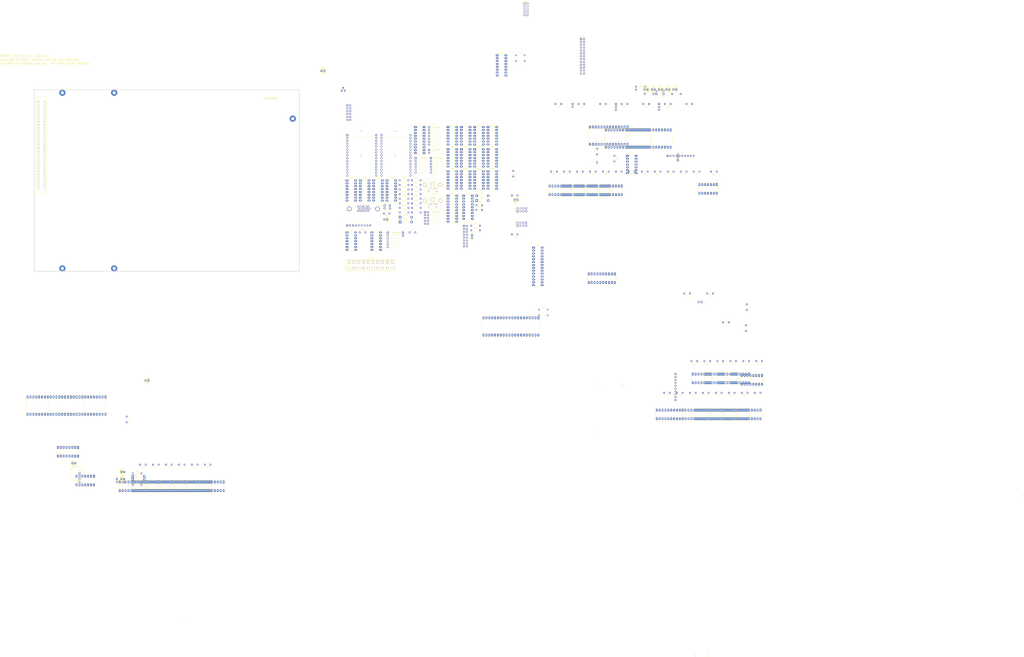
<source format=kicad_pcb>
(kicad_pcb (version 20240108) (generator "pcbnew") (generator_version "8.0")
  (title_block (title "outline VME size B") (date "20 apr 2014") (rev "001") (comment 1 "160mm x 233.35mm"))
  (layers (0 "F.Cu" signal "Front") (31 "B.Cu" signal "Back") (34 "B.Paste" user) (35 "F.Paste" user) (36 "B.SilkS" user "B.Silkscreen") (37 "F.SilkS" user "F.Silkscreen") (38 "B.Mask" user) (39 "F.Mask" user) (44 "Edge.Cuts" user))
  (net 0 "")
  (net 1 "VCC")
  (net 2 "+3V3")
  (net 3 "Net-(D3-K)")
  (net 4 "Net-(D1-A)")
  (net 5 "Net-(D2-A)")
  (net 6 "/ACIA/ACIA_CLK")
  (net 7 "/ACIA/CTS")
  (net 8 "/ACIA/CTS_TTL")
  (net 9 "/ACIA/DCD")
  (net 10 "/ACIA/DSR")
  (net 11 "/ACIA/DTR")
  (net 12 "/ACIA/RTS")
  (net 13 "/ACIA/RTS_TTL")
  (net 14 "/ACIA/RXD")
  (net 15 "/ACIA/RXD_TTL")
  (net 16 "/ACIA/TXD")
  (net 17 "/ACIA/TXD_TTL")
  (net 18 "{slash}RESET")
  (net 19 "Net-(U46-XT1)")
  (net 20 "Net-(U46-XT)")
  (net 21 "Net-(JP2-B)")
  (net 22 "Net-(JP3-A)")
  (net 23 "CD2")
  (net 24 "{slash}WR")
  (net 25 "/CPU 6809/{slash}INTA")
  (net 26 "Net-(U48-C1-)")
  (net 27 "Net-(U48-C1+)")
  (net 28 "{slash}MMU-DISABLE")
  (net 29 "{slash}MMU-CLR-TASK-REG")
  (net 30 "Net-(U48-C2+)")
  (net 31 "Net-(U48-C2-)")
  (net 32 "B_{slash}CLK")
  (net 33 "Net-(U48-VS-)")
  (net 34 "Net-(U48-VS+)")
  (net 35 "Net-(C67-Pad1)")
  (net 36 "Net-(J10-Pin_1)")
  (net 37 "Net-(D4-A)")
  (net 38 "Net-(D5-K)")
  (net 39 "Net-(D6-K)")
  (net 40 "Net-(J1-Pin_11)")
  (net 41 "Net-(J1-Pin_8)")
  (net 42 "B_INT")
  (net 43 "Net-(J1-Pin_10)")
  (net 44 "Net-(J1-Pin_9)")
  (net 45 "B_{slash}IORQ")
  (net 46 "Net-(J1-Pin_12)")
  (net 47 "isa_iq_2")
  (net 49 "B_{slash}INT")
  (net 51 "B_{slash}MREQ")
  (net 52 "-5V")
  (net 55 "BUSCLK")
  (net 57 "IOR")
  (net 58 "SMEMW")
  (net 59 "B_{slash}NMI")
  (net 60 "IOW")
  (net 61 "BUSALE")
  (net 62 "SMEMR")
  (net 66 "+12V")
  (net 67 "-12V")
  (net 73 "B_{slash}WR")
  (net 74 "Net-(J3-Pin_3)")
  (net 75 "Net-(J5-Pin_2)")
  (net 76 "Net-(J5-Pin_4)")
  (net 77 "Net-(J5-Pin_9)")
  (net 78 "Net-(J5-Pin_7)")
  (net 81 "Net-(J7-Pin_4)")
  (net 82 "B_{slash}RD")
  (net 84 "/VIAS/CA1")
  (net 85 "/VIAS/CA2")
  (net 86 "/VIAS/CB1")
  (net 87 "/VIAS/CB2")
  (net 88 "/VIAS/CC1")
  (net 89 "/VIAS/CC2")
  (net 91 "/VIAS/PA0")
  (net 92 "/VIAS/PA1")
  (net 93 "/VIAS/PA2")
  (net 94 "/VIAS/PA3")
  (net 95 "/VIAS/PA4")
  (net 96 "/VIAS/PA5")
  (net 97 "/VIAS/PA6")
  (net 98 "/VIAS/PA7")
  (net 99 "/VIAS/PB0")
  (net 100 "/VIAS/PB1")
  (net 101 "/VIAS/PB2")
  (net 102 "/VIAS/PB3")
  (net 103 "/VIAS/PB4")
  (net 104 "/VIAS/PB5")
  (net 105 "/VIAS/PB6")
  (net 106 "/VIAS/PB7")
  (net 107 "/VIAS/PC0")
  (net 108 "/VIAS/PC1")
  (net 109 "/VIAS/PC2")
  (net 110 "/VIAS/PC3")
  (net 111 "/VIAS/PC4")
  (net 112 "/VIAS/PC5")
  (net 113 "/VIAS/PC6")
  (net 114 "/VIAS/PC7")
  (net 115 "/VIAS/PPWR")
  (net 116 "VGA_HSYNC")
  (net 117 "5VSB")
  (net 118 "BUSAK")
  (net 120 "VGA_VSYNC")
  (net 121 "Net-(J7-Pin_3)")
  (net 122 "Net-(J7-Pin_5)")
  (net 127 "B_A0")
  (net 128 "B_A1")
  (net 129 "B_A10")
  (net 130 "B_A11")
  (net 131 "B_A12")
  (net 132 "B_A13")
  (net 133 "B_A14")
  (net 134 "B_A15")
  (net 135 "B_A16")
  (net 136 "B_A17")
  (net 137 "B_A18")
  (net 138 "B_A19")
  (net 139 "B_A2")
  (net 140 "B_A3")
  (net 141 "B_A4")
  (net 142 "B_A5")
  (net 143 "B_A6")
  (net 144 "B_A7")
  (net 145 "B_A8")
  (net 146 "B_A9")
  (net 147 "B_D0")
  (net 148 "B_D1")
  (net 149 "B_D2")
  (net 150 "B_D3")
  (net 151 "B_D4")
  (net 152 "B_D5")
  (net 153 "B_D6")
  (net 154 "B_D7")
  (net 157 "CLK")
  (net 158 "/CPU 6809/8MHZ")
  (net 159 "/CPU 6809/1MHZ")
  (net 160 "CPU_BA")
  (net 161 "CPU_BS")
  (net 162 "CPU_D0")
  (net 163 "CPU_D1")
  (net 164 "CPU_D2")
  (net 165 "CPU_D3")
  (net 166 "CPU_D4")
  (net 167 "CPU_D5")
  (net 168 "CPU_D6")
  (net 169 "CPU_D7")
  (net 170 "CPU_E")
  (net 171 "CPU_Q")
  (net 173 "/CPU 6809/4MHZ")
  (net 174 "E")
  (net 175 "GND")
  (net 176 "LA0")
  (net 177 "LA1")
  (net 178 "LA10")
  (net 179 "LA11")
  (net 180 "LA12")
  (net 181 "LA13")
  (net 182 "LA14")
  (net 183 "LA15")
  (net 184 "LA2")
  (net 185 "LA3")
  (net 186 "LA4")
  (net 187 "LA5")
  (net 188 "LA6")
  (net 189 "LA7")
  (net 190 "LA8")
  (net 191 "LA9")
  (net 192 "MRDY")
  (net 193 "/CPU 6809/2MHZ")
  (net 207 "{slash}IRQ")
  (net 208 "{slash}FIRQ")
  (net 209 "Net-(J11-Pin_3)")
  (net 210 "{slash}HALT")
  (net 211 "{slash}NMI")
  (net 213 "{slash}MMU-IO-PREFIX-RD")
  (net 215 "RX")
  (net 217 "/Memory Map/{slash}SHADOW")
  (net 219 "TX")
  (net 220 "Net-(U1-Pad6)")
  (net 223 "R{slash}W")
  (net 224 "Net-(U4-Pad6)")
  (net 225 "Net-(U4-Pad3)")
  (net 226 "/Memory Map/SHADOW-ROM")
  (net 227 "Net-(U5-Pad13)")
  (net 228 "Net-(U1-Pad8)")
  (net 229 "Net-(U6-Pad3)")
  (net 230 "W{slash}R")
  (net 231 "CPU_{slash}WR")
  (net 232 "{slash}IORQ")
  (net 233 "CPU_{slash}RD")
  (net 234 "CPU_R{slash}W")
  (net 235 "{slash}BUSAK")
  (net 236 "{slash}VMA")
  (net 237 "Net-(U9-CE)")
  (net 238 "Net-(U8-CE#)")
  (net 239 "{slash}RD")
  (net 243 "{slash}IOSEL-0E9xx")
  (net 244 "{slash}IOSEL-0EExx")
  (net 245 "{slash}IOSEL-0ECxx")
  (net 246 "{slash}IOSEL-0EFxx")
  (net 247 "{slash}IOSEL-0EDxx")
  (net 248 "{slash}IOSEL-0EBxx")
  (net 249 "{slash}IOSEL-0E8xx")
  (net 250 "{slash}IOSEL-0EAxx")
  (net 251 "UUU")
  (net 252 "B_UUU")
  (net 253 "/MMU four/{slash}MMU-MAP-WR")
  (net 254 "/MMU four/{slash}MMU-MAP-RW")
  (net 255 "/MMU four/{slash}MMU-MAP-RD")
  (net 256 "/MMU four/{slash}OE")
  (net 257 "Net-(J13-Pin_3)")
  (net 258 "/MMU four/{slash}MMU-TASK-WR")
  (net 259 "/MMU four/{slash}MMU-TASK-RD")
  (net 261 "PD0")
  (net 262 "PD1")
  (net 263 "PD2")
  (net 264 "PD3")
  (net 265 "PD4")
  (net 266 "PD5")
  (net 267 "PD6")
  (net 268 "PD7")
  (net 269 "PG")
  (net 270 "PWR_ON")
  (net 271 "/MMU four/MMU-ENABLE")
  (net 273 "SHADOW-IO")
  (net 274 "XM16")
  (net 275 "XM17")
  (net 276 "XM18")
  (net 277 "XM19")
  (net 278 "mA0")
  (net 279 "mA1")
  (net 280 "mA10")
  (net 281 "mA11")
  (net 282 "mA12")
  (net 283 "mA13")
  (net 284 "mA14")
  (net 285 "mA15")
  (net 286 "mA16")
  (net 287 "mA17")
  (net 288 "mA18")
  (net 289 "mA19")
  (net 290 "mA2")
  (net 291 "mA3")
  (net 292 "mA4")
  (net 293 "mA5")
  (net 294 "mA6")
  (net 295 "mA7")
  (net 296 "mA8")
  (net 297 "mA9")
  (net 298 "mD0")
  (net 299 "mD1")
  (net 300 "/MMU four/{slash}MMU-TASK-SETUP-WR")
  (net 301 "mD2")
  (net 302 "mD3")
  (net 303 "mD4")
  (net 304 "mD5")
  (net 305 "mD6")
  (net 306 "mD7")
  (net 307 "/MMU four/{slash}MMU-ENB-WR")
  (net 308 "Q")
  (net 309 "TX1")
  (net 310 "RX1")
  (net 311 "CD1")
  (net 312 "PULLUP2")
  (net 313 "Net-(P8-Pin_2)")
  (net 319 "Net-(U29-CP)")
  (net 320 "VGA_R1")
  (net 321 "VGA_R0")
  (net 322 "VGA_G1")
  (net 323 "VGA_G0")
  (net 324 "VGA_B1")
  (net 325 "VGA_B0")
  (net 326 "MSEDAT")
  (net 327 "MSECLK")
  (net 328 "KBDCLK")
  (net 329 "KBDDAT")
  (net 330 "AUDIO")
  (net 331 "ESP1_IN")
  (net 332 "ESP0_IN")
  (net 333 "~{ESP0_WR}")
  (net 334 "~{ESP1_WR}")
  (net 335 "~{ESP0_RD}")
  (net 336 "~{ESP_RESET}")
  (net 337 "~{ESP1_RD}")
  (net 339 "PULLUP3")
  (net 340 "PULLUP4")
  (net 341 "PULLUP1")
  (net 343 "Net-(U38-OEa)")
  (net 344 "Net-(U23-E2)")
  (net 345 "Net-(U21-Pad9)")
  (net 346 "Net-(U33-I0a)")
  (net 347 "Net-(U21-Pad10)")
  (net 348 "Net-(U21-Pad6)")
  (net 349 "Net-(U10-Pad1)")
  (net 350 "Net-(U10-Pad3)")
  (net 354 "Net-(U10-Pad5)")
  (net 355 "Net-(U10-Pad6)")
  (net 356 "Net-(U11-Pad3)")
  (net 357 "ESP0_SEL")
  (net 358 "ESPSTAT_SEL")
  (net 359 "ESP1_SEL")
  (net 360 "~{PRE_ESP0_RD}")
  (net 361 "~{PRE_ESP0_WR}")
  (net 362 "~{PRE_ESP1_WR}")
  (net 363 "~{PRE_ESP1_RD}")
  (net 374 "Net-(U52-Q7)")
  (net 375 "Net-(U50-Q7)")
  (net 376 "Net-(U34-~{Mr})")
  (net 377 "Net-(U22B-~{R})")
  (net 378 "~{ESP_STAT}")
  (net 387 "Net-(U30-O1a)")
  (net 392 "Net-(U30-O2a)")
  (net 395 "Net-(U19-Pad2)")
  (net 398 "Net-(U22A-C)")
  (net 400 "Net-(U22A-~{S})")
  (net 412 "Net-(U24-A->B)")
  (net 413 "Net-(U22A-D)")
  (net 432 "Net-(U34-Q4)")
  (net 433 "Net-(U34-Q0)")
  (net 434 "Net-(U34-Q5)")
  (net 435 "Net-(U34-Q3)")
  (net 436 "Net-(U34-Q2)")
  (net 437 "Net-(U34-Q1)")
  (net 438 "Net-(U36-Za)")
  (net 439 "Net-(U36-Zb)")
  (net 440 "Net-(U36-Zc)")
  (net 441 "Net-(U36-Zd)")
  (net 443 "Net-(U37-O1)")
  (net 444 "Net-(U37-O0)")
  (net 447 "Net-(U37-O2)")
  (net 448 "Net-(U37-O5)")
  (net 450 "Net-(U37-O3)")
  (net 451 "Net-(U37-O4)")
  (net 456 "Net-(U39-Q1)")
  (net 457 "Net-(U39-Q3)")
  (net 458 "Net-(U39-Q6)")
  (net 459 "Net-(U39-Q0)")
  (net 460 "Net-(U39-Q7)")
  (net 461 "Net-(U39-Q2)")
  (net 462 "Net-(U39-Q4)")
  (net 463 "Net-(U39-Q5)")
  (net 471 "ESP1_OUTCLK")
  (net 472 "ESP1_OUT")
  (net 474 "ESP1_INCLK")
  (net 476 "ESP0_OUTCLK")
  (net 477 "ESP0_OUT")
  (net 479 "ESP0_INCLK")
  (net 485 "ESP0_RDYO")
  (net 486 "ESP0_SPAREO")
  (net 487 "ESP0_BUSY")
  (net 499 "ESP1_RDYO")
  (net 500 "ESP1_BUSY")
  (footprint "Button_Switch_THT:SW_Tactile_Straight_KSL0Axx1LFTR" (layer "F.Cu") (at 505.46 238.252)
    (property "Reference" "SW1")
    (property "Value" "POWER")
  )
  (footprint "Button_Switch_THT:SW_Tactile_Straight_KSL0Axx1LFTR" (layer "F.Cu") (at 485.14 13.97)
    (property "Reference" "SW2")
    (property "Value" "MOM CNCT")
  )
  (footprint "Connector_PinHeader_2.54mm:PinHeader_1x04_P2.54mm_Vertical" (layer "F.Cu") (at 100.203 382.651)
    (property "Reference" "P12")
    (property "Value" "CONN_4")
  )
  (footprint "Connector_PinHeader_2.54mm:PinHeader_1x03_P2.54mm_Vertical" (layer "F.Cu") (at 627.888 106.426 180)
    (property "Reference" "K2")
    (property "Value" "CONN_3")
  )
  (footprint "Connector_PinHeader_2.54mm:PinHeader_1x03_P2.54mm_Vertical" (layer "F.Cu") (at 611.378 56.896)
    (property "Reference" "K1")
    (property "Value" "CONN_3")
  )
  (footprint "Connector_PinHeader_2.54mm:PinHeader_1x03_P2.54mm_Vertical" (layer "F.Cu") (at 573.278 56.896)
    (property "Reference" "K3")
    (property "Value" "CONN_3")
  )
  (footprint "Connector_PinHeader_2.54mm:PinHeader_1x02_P2.54mm_Vertical" (layer "F.Cu") (at 133.223 387.731)
    (property "Reference" "P8")
    (property "Value" "POWER_SW")
  )
  (footprint "Connector_PinHeader_2.54mm:PinHeader_1x02_P2.54mm_Vertical" (layer "F.Cu") (at 615.188 48.006 180)
    (property "Reference" "JP1")
    (property "Value" "JUMPER")
  )
  (footprint "Connector_PinHeader_2.54mm:PinHeader_1x02_P2.54mm_Vertical" (layer "F.Cu") (at 608.838 48.006 180)
    (property "Reference" "JP3")
    (property "Value" "JUMPER")
  )
  (footprint "Resistor_THT:R_Array_SIP10" (layer "F.Cu") (at 625.856 295.148 -90)
    (property "Reference" "RR1")
    (property "Value" "2200")
  )
  (footprint "Resistor_THT:R_Array_SIP10" (layer "F.Cu") (at 618.998 102.616)
    (property "Reference" "RR2")
    (property "Value" "22K")
  )
  (footprint "Resistor_THT:R_Axial_DIN0207_L6.3mm_D2.5mm_P7.62mm_Horizontal" (layer "F.Cu") (at 591.058 44.196)
    (property "Reference" "R6")
    (property "Value" "1000")
  )
  (footprint "Resistor_THT:R_Axial_DIN0207_L6.3mm_D2.5mm_P7.62mm_Horizontal" (layer "F.Cu") (at 622.808 48.006)
    (property "Reference" "R7")
    (property "Value" "4.7K")
  )
  (footprint "Resistor_THT:R_Axial_DIN0207_L6.3mm_D2.5mm_P7.62mm_Horizontal" (layer "F.Cu") (at 598.678 48.006)
    (property "Reference" "R4")
    (property "Value" "4.7K")
  )
  (footprint "Resistor_THT:R_Axial_DIN0207_L6.3mm_D2.5mm_P7.62mm_Horizontal" (layer "F.Cu") (at 147.193 390.271 180)
    (property "Reference" "R1")
    (property "Value" "10k")
  )
  (footprint "Resistor_THT:R_Axial_DIN0207_L6.3mm_D2.5mm_P7.62mm_Horizontal" (layer "F.Cu") (at 147.193 392.811)
    (property "Reference" "R3")
    (property "Value" "10k")
  )
  (footprint "Resistor_THT:R_Axial_DIN0207_L6.3mm_D2.5mm_P7.62mm_Horizontal" (layer "F.Cu") (at 147.193 382.651)
    (property "Reference" "R2")
    (property "Value" "470")
  )
  (footprint "Connector_PinHeader_2.54mm:PinHeader_2x05_P2.54mm_Vertical" (layer "F.Cu") (at 492.76 -31.623)
    (property "Reference" "P14")
    (property "Value" "SERIAL")
  )
  (footprint "Connector_PinHeader_2.54mm:PinHeader_2x04_P2.54mm_Vertical" (layer "F.Cu") (at 486.537 151.511 90)
    (property "Reference" "P11")
    (property "Value" "CONN_4X2")
  )
  (footprint "Connector_PinHeader_2.54mm:PinHeader_2x04_P2.54mm_Vertical" (layer "F.Cu") (at 486.537 164.211 90)
    (property "Reference" "P1")
    (property "Value" "CONN_4X2")
  )
  (footprint "Connector_PinHeader_2.54mm:PinHeader_2x13_P2.54mm_Vertical" (layer "F.Cu") (at 542.544 -0.508)
    (property "Reference" "P16")
    (property "Value" "PARALLEL")
  )
  (footprint "Package_DIP:DIP-40_W15.24mm_Socket_LongPads" (layer "F.Cu") (at 123.063 315.341 -90)
    (property "Reference" "U56")
    (property "Value" "G65SC22P")
  )
  (footprint "Package_DIP:DIP-40_W15.24mm_Socket_LongPads" (layer "F.Cu") (at 102.743 315.341 -90)
    (property "Reference" "U57")
    (property "Value" "G65SC22P")
  )
  (footprint "Package_DIP:DIP-40_W15.24mm_Socket_LongPads" (layer "F.Cu") (at 504.825 245.491 -90)
    (property "Reference" "U32")
    (property "Value" "MC68B09")
  )
  (footprint "Package_DIP:DIP-32_W15.24mm_Socket_LongPads" (layer "F.Cu") (at 621.538 79.756 -90)
    (property "Reference" "U9")
    (property "Value" "29F040")
  )
  (footprint "Package_DIP:DIP-32_W15.24mm_Socket_LongPads" (layer "F.Cu") (at 602.488 79.756 -90)
    (property "Reference" "U8")
    (property "Value" "SRAM_512K")
  )
  (footprint "Package_DIP:DIP-28_W15.24mm_Socket_LongPads" (layer "F.Cu") (at 583.438 77.216 -90)
    (property "Reference" "U47")
    (property "Value" "G65SC51P")
  )
  (footprint "Package_DIP:DIP-28_W7.62mm_Socket_LongPads" (layer "F.Cu") (at 500.634 183.642)
    (property "Reference" "U39")
    (property "Value" "SRAM-32K")
  )
  (footprint "Package_DIP:DIP-20_W7.62mm_Socket_LongPads" (layer "F.Cu") (at 192.913 390.271 -90)
    (property "Reference" "U37")
    (property "Value" "74LS374")
  )
  (footprint "Package_DIP:DIP-20_W7.62mm_Socket_LongPads" (layer "F.Cu") (at 204.343 390.271 -90)
    (property "Reference" "U45")
    (property "Value" "74LS244")
  )
  (footprint "Package_DIP:DIP-20_W7.62mm_Socket_LongPads" (layer "F.Cu") (at 215.773 390.271 -90)
    (property "Reference" "U30")
    (property "Value" "74LS240")
  )
  (footprint "Package_DIP:DIP-20_W7.62mm_Socket_LongPads" (layer "F.Cu") (at 181.483 390.271 -90)
    (property "Reference" "U38")
    (property "Value" "74LS244")
  )
  (footprint "Package_DIP:DIP-20_W7.62mm_Socket_LongPads" (layer "F.Cu") (at 677.926 326.898 -90)
    (property "Reference" "U27")
    (property "Value" "74LS245")
  )
  (footprint "Package_DIP:DIP-20_W7.62mm_Socket_LongPads" (layer "F.Cu") (at 666.496 326.898 -90)
    (property "Reference" "U3")
    (property "Value" "74LS682")
  )
  (footprint "Package_DIP:DIP-20_W7.62mm_Socket_LongPads" (layer "F.Cu") (at 170.053 390.271 -90)
    (property "Reference" "U35")
    (property "Value" "74LS244")
  )
  (footprint "Package_DIP:DIP-20_W7.62mm_Socket_LongPads" (layer "F.Cu") (at 689.356 326.898 -90)
    (property "Reference" "U33")
    (property "Value" "74LS244")
  )
  (footprint "Package_DIP:DIP-20_W7.62mm_Socket_LongPads" (layer "F.Cu") (at 158.623 390.271 -90)
    (property "Reference" "U40")
    (property "Value" "74LS245")
  )
  (footprint "Package_DIP:DIP-16_W7.62mm_Socket_LongPads" (layer "F.Cu") (at 566.928 129.286 -90)
    (property "Reference" "U23")
    (property "Value" "74LS138")
  )
  (footprint "Package_DIP:DIP-16_W7.62mm_Socket_LongPads" (layer "F.Cu") (at 702.056 296.418 -90)
    (property "Reference" "U29")
    (property "Value" "74LS163")
  )
  (footprint "Package_DIP:DIP-16_W7.62mm_Socket_LongPads" (layer "F.Cu") (at 468.63 13.97)
    (property "Reference" "U48")
    (property "Value" "MAX232")
  )
  (footprint "Package_DIP:DIP-16_W7.62mm_Socket_LongPads" (layer "F.Cu") (at 578.358 129.286 -90)
    (property "Reference" "U41")
    (property "Value" "74LS138")
  )
  (footprint "Package_DIP:DIP-14_W7.62mm_Socket_LongPads" (layer "F.Cu") (at 583.438 102.616)
    (property "Reference" "P13")
    (property "Value" "1.8432 MHz CLK")
  )
  (footprint "Package_DIP:DIP-14_W7.62mm_Socket_LongPads" (layer "F.Cu") (at 112.903 385.191 -90)
    (property "Reference" "U19")
    (property "Value" "74HCT14")
  )
  (footprint "Package_DIP:DIP-14_W7.62mm_Socket_LongPads" (layer "F.Cu") (at 690.626 295.148 -90)
    (property "Reference" "P10")
    (property "Value" "16.000Mhz")
  )
  (footprint "Package_DIP:DIP-14_W7.62mm_Socket_LongPads" (layer "F.Cu") (at 662.178 128.016 -90)
    (property "Reference" "U7")
    (property "Value" "74LS32")
  )
  (footprint "Diode_THT:D_DO-41_SOD81_P10.16mm_Horizontal" (layer "F.Cu") (at 147.193 385.191)
    (property "Reference" "D2")
    (property "Value" "1N4148")
  )
  (footprint "Diode_THT:D_DO-41_SOD81_P10.16mm_Horizontal" (layer "F.Cu") (at 147.193 387.731)
    (property "Reference" "D1")
    (property "Value" "1N4148")
  )
  (footprint "Capacitor_THT:C_Disc_D5.0mm_W2.5mm_P5.00mm" (layer "F.Cu") (at 679.196 283.718 180)
    (property "Reference" "C29")
    (property "Value" "0.1 uF")
  )
  (footprint "Capacitor_THT:C_Disc_D5.0mm_W2.5mm_P5.00mm" (layer "F.Cu") (at 690.626 283.718 180)
    (property "Reference" "C46")
    (property "Value" "0.1 uF")
  )
  (footprint "Capacitor_THT:C_Disc_D5.0mm_W2.5mm_P5.00mm" (layer "F.Cu") (at 141.859 332.613 -90)
    (property "Reference" "C44")
    (property "Value" "0.1 uF")
  )
  (footprint "Capacitor_THT:C_Disc_D5.0mm_W2.5mm_P5.00mm" (layer "F.Cu") (at 632.206 311.658 180)
    (property "Reference" "C42")
    (property "Value" "0.1 uF")
  )
  (footprint "Capacitor_THT:C_Disc_D5.0mm_W2.5mm_P5.00mm" (layer "F.Cu") (at 486.537 171.831 180)
    (property "Reference" "C39")
    (property "Value" "0.1 uF")
  )
  (footprint "Capacitor_THT:C_Disc_D5.0mm_W2.5mm_P5.00mm" (layer "F.Cu") (at 555.498 116.586 180)
    (property "Reference" "C36")
    (property "Value" "0.1 uF")
  )
  (footprint "Capacitor_THT:C_Disc_D5.0mm_W2.5mm_P5.00mm" (layer "F.Cu") (at 612.648 116.586 180)
    (property "Reference" "C32")
    (property "Value" "0.1 uF")
  )
  (footprint "Capacitor_THT:C_Disc_D5.0mm_W2.5mm_P5.00mm" (layer "F.Cu") (at 644.906 283.718 180)
    (property "Reference" "C25")
    (property "Value" "0.1 uF")
  )
  (footprint "Capacitor_THT:C_Disc_D5.0mm_W2.5mm_P5.00mm" (layer "F.Cu") (at 702.056 283.718 180)
    (property "Reference" "C48")
    (property "Value" "0.1 uF")
  )
  (footprint "Capacitor_THT:C_Disc_D5.0mm_W2.5mm_P5.00mm" (layer "F.Cu") (at 181.483 375.031 180)
    (property "Reference" "C50")
    (property "Value" "0.1 uF")
  )
  (footprint "Capacitor_THT:C_Disc_D5.0mm_W2.5mm_P5.00mm" (layer "F.Cu") (at 643.636 311.658 180)
    (property "Reference" "C52")
    (property "Value" "0.1 uF")
  )
  (footprint "Capacitor_THT:C_Disc_D5.0mm_W2.5mm_P5.00mm" (layer "F.Cu") (at 700.786 311.658 180)
    (property "Reference" "C54")
    (property "Value" "0.1 uF")
  )
  (footprint "Capacitor_THT:C_Disc_D5.0mm_W2.5mm_P5.00mm" (layer "F.Cu") (at 566.928 116.586 180)
    (property "Reference" "C62")
    (property "Value" "0.1 uF")
  )
  (footprint "Capacitor_THT:C_Disc_D5.0mm_W2.5mm_P5.00mm" (layer "F.Cu") (at 662.178 116.586 180)
    (property "Reference" "C58")
    (property "Value" "0.1 uF")
  )
  (footprint "Capacitor_THT:C_Disc_D5.0mm_W2.5mm_P5.00mm" (layer "F.Cu") (at 486.537 137.541 180)
    (property "Reference" "C24")
    (property "Value" "0.1 uF")
  )
  (footprint "Capacitor_THT:C_Disc_D5.0mm_W2.5mm_P5.00mm" (layer "F.Cu") (at 677.926 311.658 180)
    (property "Reference" "C23")
    (property "Value" "0.1 uF")
  )
  (footprint "Capacitor_THT:C_Disc_D5.0mm_W2.5mm_P5.00mm" (layer "F.Cu") (at 215.773 375.031 180)
    (property "Reference" "C27")
    (property "Value" "0.1 uF")
  )
  (footprint "Capacitor_THT:C_Disc_D5.0mm_W2.5mm_P5.00mm" (layer "F.Cu") (at 158.623 375.031 180)
    (property "Reference" "C19")
    (property "Value" "0.1 uF")
  )
  (footprint "Capacitor_THT:C_Disc_D5.0mm_W2.5mm_P5.00mm" (layer "F.Cu") (at 646.938 116.586 180)
    (property "Reference" "C31")
    (property "Value" "0.1 uF")
  )
  (footprint "Capacitor_THT:C_Disc_D5.0mm_W2.5mm_P5.00mm" (layer "F.Cu") (at 601.218 116.586 180)
    (property "Reference" "C34")
    (property "Value" "0.1 uF")
  )
  (footprint "Capacitor_THT:C_Disc_D5.0mm_W2.5mm_P5.00mm" (layer "F.Cu") (at 689.356 311.658 180)
    (property "Reference" "C38")
    (property "Value" "0.1 uF")
  )
  (footprint "Capacitor_THT:C_Disc_D5.0mm_W2.5mm_P5.00mm" (layer "F.Cu") (at 578.358 116.586 180)
    (property "Reference" "C15")
    (property "Value" "0.1 uF")
  )
  (footprint "Capacitor_THT:C_Disc_D5.0mm_W2.5mm_P5.00mm" (layer "F.Cu") (at 655.066 311.658 180)
    (property "Reference" "C11")
    (property "Value" "0.1 uF")
  )
  (footprint "Capacitor_THT:C_Disc_D5.0mm_W2.5mm_P5.00mm" (layer "F.Cu") (at 192.913 375.031 180)
    (property "Reference" "C7")
    (property "Value" "0.1 uF")
  )
  (footprint "Capacitor_THT:C_Disc_D5.0mm_W2.5mm_P5.00mm" (layer "F.Cu") (at 482.727 115.951 -90)
    (property "Reference" "C20")
    (property "Value" "0.1 uF")
  )
  (footprint "Capacitor_THT:C_Disc_D5.0mm_W2.5mm_P5.00mm" (layer "F.Cu") (at 672.846 249.428 180)
    (property "Reference" "C16")
    (property "Value" "0.1 uF")
  )
  (footprint "Capacitor_THT:C_Disc_D5.0mm_W2.5mm_P5.00mm" (layer "F.Cu") (at 688.086 257.048 90)
    (property "Reference" "C12")
    (property "Value" "0.1 uF")
  )
  (footprint "Capacitor_THT:C_Disc_D5.0mm_W2.5mm_P5.00mm" (layer "F.Cu") (at 688.721 233.553 -90)
    (property "Reference" "C8")
    (property "Value" "0.1 uF")
  )
  (footprint "Capacitor_THT:C_Disc_D5.0mm_W2.5mm_P5.00mm" (layer "F.Cu") (at 170.053 375.031 180)
    (property "Reference" "C5")
    (property "Value" "0.1 uF")
  )
  (footprint "Capacitor_THT:C_Disc_D5.0mm_W2.5mm_P5.00mm" (layer "F.Cu") (at 620.776 311.658 180)
    (property "Reference" "C9")
    (property "Value" "0.1 uF")
  )
  (footprint "Capacitor_THT:C_Disc_D5.0mm_W2.5mm_P5.00mm" (layer "F.Cu") (at 544.068 116.586 180)
    (property "Reference" "C13")
    (property "Value" "0.1 uF")
  )
  (footprint "Capacitor_THT:C_Disc_D5.0mm_W2.5mm_P5.00mm" (layer "F.Cu") (at 624.078 116.586 180)
    (property "Reference" "C17")
    (property "Value" "0.1 uF")
  )
  (footprint "Capacitor_THT:C_Disc_D5.0mm_W2.5mm_P5.00mm" (layer "F.Cu") (at 656.336 283.718 180)
    (property "Reference" "C21")
    (property "Value" "0.1 uF")
  )
  (footprint "Capacitor_THT:CP_Radial_D5.0mm_P2.50mm" (layer "F.Cu") (at 605.028 44.196)
    (property "Reference" "C61")
    (property "Value" "1.0 uF")
  )
  (footprint "Capacitor_THT:CP_Radial_D5.0mm_P2.50mm" (layer "F.Cu") (at 617.728 44.196)
    (property "Reference" "C65")
    (property "Value" "1.0 uF")
  )
  (footprint "Capacitor_THT:CP_Radial_D5.0mm_P2.50mm" (layer "F.Cu") (at 139.573 381.381 180)
    (property "Reference" "C35")
    (property "Value" "10uF")
  )
  (footprint "Capacitor_THT:CP_Radial_D5.0mm_P2.50mm" (layer "F.Cu") (at 158.536 300.736)
    (property "Reference" "C2")
    (property "Value" "22 uF")
  )
  (footprint "Capacitor_THT:CP_Radial_D5.0mm_P2.50mm" (layer "F.Cu") (at 96.393 373.761 180)
    (property "Reference" "C3")
    (property "Value" "22 uF")
  )
  (footprint "Capacitor_THT:CP_Radial_D5.0mm_P2.50mm" (layer "F.Cu") (at 139.573 387.731 180)
    (property "Reference" "C28")
    (property "Value" "1uF")
  )
  (footprint "Capacitor_THT:CP_Radial_D5.0mm_P2.50mm" (layer "F.Cu") (at 611.378 44.196)
    (property "Reference" "C63")
    (property "Value" "1.0 uF")
  )
  (footprint "Capacitor_THT:CP_Radial_D5.0mm_P2.50mm" (layer "F.Cu") (at 624.078 44.196)
    (property "Reference" "C4")
    (property "Value" "22 uF")
  )
  (footprint "Capacitor_THT:CP_Radial_D5.0mm_P2.50mm" (layer "F.Cu") (at 486.537 141.351 180)
    (property "Reference" "C1")
    (property "Value" "22 uF")
  )
  (footprint "Capacitor_THT:CP_Radial_D5.0mm_P2.50mm" (layer "F.Cu") (at 313.603 27.686)
    (property "Reference" "C64")
    (property "Value" "1.0 uF")
  )
  (footprint "Capacitor_THT:CP_Radial_D5.0mm_P2.50mm" (layer "F.Cu") (at 598.678 44.196)
    (property "Reference" "C66")
    (property "Value" "1.0 uF")
  )
  (footprint "Crystal:Crystal_DS10_D1.0mm_L4.3mm_Horizontal" (layer "F.Cu") (at 556.768 107.696 -90)
    (property "Reference" "X1")
    (property "Value" "RTC_OSC")
  )
  (footprint "MountingHole:MountingHole_2.7mm_M2.5_Pad_TopBottom" (layer "F.Cu") (at 85.09 46.99)
    (property "Reference" "P5")
    (property "Value" "CONN_1")
  )
  (footprint "MountingHole:MountingHole_2.7mm_M2.5_Pad_TopBottom" (layer "F.Cu") (at 85.09 201.93)
    (property "Reference" "P4")
    (property "Value" "CONN_1")
  )
  (footprint "MountingHole:MountingHole_2.7mm_M2.5_Pad_TopBottom" (layer "F.Cu") (at 130.81 201.93)
    (property "Reference" "P3")
    (property "Value" "CONN_1")
  )
  (footprint "MountingHole:MountingHole_2.7mm_M2.5_Pad_TopBottom" (layer "F.Cu") (at 130.81 46.99)
    (property "Reference" "P2")
    (property "Value" "CONN_1")
  )
  (footprint "MountingHole:MountingHole_2.7mm_M2.5_Pad_TopBottom" (layer "F.Cu") (at 288.29 69.85)
    (property "Reference" "P6")
    (property "Value" "CONN_1")
  )
  (footprint "Custom:ATXConnector" (layer "F.Cu") (at 358.32542 209.49158 180)
    (property "Reference" "P7")
    (property "Value" "CONN_10X2")
  )
  (footprint "Capacitor_THT:C_Disc_D5.0mm_W2.5mm_P5.00mm" (layer "F.Cu") (at 602.488 56.896 180)
    (property "Reference" "C37")
    (property "Value" "0.1 uF")
  )
  (footprint "Capacitor_THT:C_Disc_D5.0mm_W2.5mm_P5.00mm" (layer "F.Cu") (at 583.438 56.896 180)
    (property "Reference" "C6")
    (property "Value" "0.1 uF")
  )
  (footprint "Capacitor_THT:C_Disc_D5.0mm_W2.5mm_P5.00mm" (layer "F.Cu") (at 640.588 56.896 180)
    (property "Reference" "C10")
    (property "Value" "0.1 uF")
  )
  (footprint "Capacitor_THT:C_Disc_D5.0mm_W2.5mm_P5.00mm" (layer "F.Cu") (at 638.556 224.028 180)
    (property "Reference" "C14")
    (property "Value" "0.1 uF")
  )
  (footprint "Capacitor_THT:C_Disc_D5.0mm_W2.5mm_P5.00mm" (layer "F.Cu") (at 564.388 56.896 180)
    (property "Reference" "C18")
    (property "Value" "0.1 uF")
  )
  (footprint "Capacitor_THT:C_Disc_D5.0mm_W2.5mm_P5.00mm" (layer "F.Cu") (at 572.008 102.616 -90)
    (property "Reference" "C22")
    (property "Value" "0.1 uF")
  )
  (footprint "Capacitor_THT:C_Disc_D5.0mm_W2.5mm_P5.00mm" (layer "F.Cu") (at 658.876 224.028 180)
    (property "Reference" "C26")
    (property "Value" "0.1 uF")
  )
  (footprint "Capacitor_THT:C_Disc_D5.0mm_W2.5mm_P5.00mm" (layer "F.Cu") (at 545.338 56.896 180)
    (property "Reference" "C30")
    (property "Value" "0.1 uF")
  )
  (footprint "Capacitor_THT:C_Disc_D5.0mm_W2.5mm_P5.00mm" (layer "F.Cu") (at 556.768 101.346 90)
    (property "Reference" "C33")
    (property "Value" "0.1 uF")
  )
  (footprint "Capacitor_THT:C_Disc_D5.0mm_W2.5mm_P5.00mm" (layer "F.Cu") (at 635.508 116.586 180)
    (property "Reference" "C55")
    (property "Value" "0.1 uF")
  )
  (footprint "Capacitor_THT:C_Disc_D5.0mm_W2.5mm_P5.00mm" (layer "F.Cu") (at 525.018 56.896 180)
    (property "Reference" "C40")
    (property "Value" "0.1 uF")
  )
  (footprint "Capacitor_THT:C_Disc_D5.0mm_W2.5mm_P5.00mm" (layer "F.Cu") (at 667.766 283.718 180)
    (property "Reference" "C43")
    (property "Value" "0.1 uF")
  )
  (footprint "Capacitor_THT:C_Disc_D5.0mm_W2.5mm_P5.00mm" (layer "F.Cu") (at 532.638 116.586 180)
    (property "Reference" "C45")
    (property "Value" "0.1 uF")
  )
  (footprint "Capacitor_THT:C_Disc_D5.0mm_W2.5mm_P5.00mm" (layer "F.Cu") (at 521.208 116.586 180)
    (property "Reference" "C47")
    (property "Value" "0.1 uF")
  )
  (footprint "Capacitor_THT:C_Disc_D5.0mm_W2.5mm_P5.00mm" (layer "F.Cu") (at 666.496 311.658 180)
    (property "Reference" "C49")
    (property "Value" "0.1 uF")
  )
  (footprint "Capacitor_THT:C_Disc_D5.0mm_W2.5mm_P5.00mm" (layer "F.Cu") (at 204.343 375.031 180)
    (property "Reference" "C51")
    (property "Value" "0.1 uF")
  )
  (footprint "Capacitor_THT:C_Disc_D5.0mm_W2.5mm_P5.00mm" (layer "F.Cu") (at 621.538 56.896 180)
    (property "Reference" "C53")
    (property "Value" "0.1 uF")
  )
  (footprint "Package_DIP:DIP-20_W7.62mm_Socket_LongPads" (layer "F.Cu") (at 632.206 326.898 -90)
    (property "Reference" "U44")
    (property "Value" "74LS244")
  )
  (footprint "Package_DIP:DIP-20_W7.62mm_Socket_LongPads" (layer "F.Cu") (at 655.066 326.898 -90)
    (property "Reference" "U25")
    (property "Value" "74LS245")
  )
  (footprint "Package_DIP:DIP-20_W7.62mm_Socket_LongPads" (layer "F.Cu") (at 700.786 326.898 -90)
    (property "Reference" "U2")
    (property "Value" "74LS244")
  )
  (footprint "Package_DIP:DIP-20_W7.62mm_Socket_LongPads" (layer "F.Cu") (at 572.262 206.756 -90)
    (property "Reference" "U24")
    (property "Value" "74LS245")
  )
  (footprint "Package_DIP:DIP-20_W7.62mm_Socket_LongPads" (layer "F.Cu") (at 227.203 390.271 -90)
    (property "Reference" "U26")
    (property "Value" "74LS245")
  )
  (footprint "Package_DIP:DIP-14_W7.62mm_Socket_LongPads" (layer "F.Cu") (at 667.766 295.148 -90)
    (property "Reference" "U4")
    (property "Value" "74LS86")
  )
  (footprint "Package_DIP:DIP-14_W7.62mm_Socket_LongPads" (layer "F.Cu") (at 679.196 295.148 -90)
    (property "Reference" "U6")
    (property "Value" "74LS00")
  )
  (footprint "Package_DIP:DIP-14_W7.62mm_Socket_LongPads" (layer "F.Cu") (at 656.336 295.148 -90)
    (property "Reference" "U5")
    (property "Value" "74LS02")
  )
  (footprint "Package_DIP:DIP-16_W7.62mm_Socket_LongPads" (layer "F.Cu") (at 98.933 359.791 -90)
    (property "Reference" "U43")
    (property "Value" "74LS257")
  )
  (footprint "Package_DIP:DIP-16_W7.62mm_Socket_LongPads" (layer "F.Cu") (at 555.498 129.286 -90)
    (property "Reference" "U36")
    (property "Value" "74LS157")
  )
  (footprint "Package_DIP:DIP-16_W7.62mm_Socket_LongPads" (layer "F.Cu") (at 532.638 129.286 -90)
    (property "Reference" "U42")
    (property "Value" "74LS257")
  )
  (footprint "Package_DIP:DIP-16_W7.62mm_Socket_LongPads" (layer "F.Cu") (at 544.068 129.286 -90)
    (property "Reference" "U34")
    (property "Value" "74LS174")
  )
  (footprint "Resistor_THT:R_Axial_DIN0207_L6.3mm_D2.5mm_P7.62mm_Horizontal" (layer "F.Cu") (at 591.058 41.656)
    (property "Reference" "R5")
    (property "Value" "1000")
  )
  (footprint "Capacitor_THT:C_Disc_D5.0mm_W2.5mm_P5.00mm" (layer "F.Cu") (at 589.788 116.586 180)
    (property "Reference" "C41")
    (property "Value" "0.1 uF")
  )
  (footprint "Connector_PinHeader_2.54mm:PinHeader_1x02_P2.54mm_Vertical" (layer "F.Cu") (at 648.716 231.648 -90)
    (property "Reference" "JP2")
    (property "Value" "JUMPER")
  )
  (footprint "Connector_PinHeader_2.54mm:PinHeader_1x02_P2.54mm_Vertical" (layer "F.Cu") (at 535.178 56.896)
    (property "Reference" "JP5")
    (property "Value" "JUMPER")
  )
  (footprint "Package_DIP:DIP-18_W7.62mm_Socket_LongPads" (layer "F.Cu") (at 439.002 137.832)
    (property "Reference" "U46")
    (property "Value" "~")
  )
  (footprint "Package_DIP:DIP-20_W7.62mm_Socket_LongPads" (layer "F.Cu") (at 425.252 137.832)
    (property "Reference" "U31")
    (property "Value" "74LS245")
  )
  (footprint "Capacitor_THT:CP_Radial_D5.0mm_P2.50mm" (layer "F.Cu") (at 369.141775 158.772)
    (property "Reference" "C68")
    (property "Value" "10µF")
  )
  (footprint "Resistor_THT:R_Axial_DIN0207_L6.3mm_D2.5mm_P7.62mm_Horizontal" (layer "F.Cu") (at 382.652 144.472)
    (property "Reference" "R13")
    (property "Value" "820Ω")
  )
  (footprint "Package_DIP:DIP-14_W7.62mm_Socket_LongPads" (layer "F.Cu") (at 336.152 170.262)
    (property "Reference" "P9")
    (property "Value" "14.31818 MHz CLK")
  )
  (footprint "Resistor_THT:R_Axial_DIN0207_L6.3mm_D2.5mm_P7.62mm_Horizontal" (layer "F.Cu") (at 393.422 140.422)
    (property "Reference" "R20")
    (property "Value" "120Ω")
  )
  (footprint "Diode_THT:D_DO-41_SOD81_P10.16mm_Horizontal" (layer "F.Cu") (at 450.552 137.832)
    (property "Reference" "D3")
    (property "Value" "D")
  )
  (footprint "Connector_PinHeader_2.54mm:PinHeader_1x02_P2.54mm_Vertical" (layer "F.Cu") (at 385.452 170.462)
    (property "Reference" "J4")
    (property "Value" "TTL CONSOLE PWR")
  )
  (footprint "Connector_PinHeader_2.54mm:PinHeader_2x08_P2.54mm_Vertical" (layer "F.Cu") (at 439.252 164.582)
    (property "Reference" "P15")
    (property "Value" "CONN_8X2")
  )
  (footprint "Package_DIP:DIP-14_W7.62mm_Socket_LongPads" (layer "F.Cu") (at 437.002 77.332)
    (property "Reference" "U11")
    (property "Value" "74LS32")
  )
  (footprint "Connector_PinHeader_2.54mm:PinHeader_2x05_P2.54mm_Horizontal" (layer "F.Cu") (at 404.942 152.372)
    (property "Reference" "J5")
    (property "Value" "KEYBOARD AND MOUSE")
  )
  (footprint "Resistor_THT:R_Axial_DIN0207_L6.3mm_D2.5mm_P7.62mm_Horizontal" (layer "F.Cu") (at 393.422 124.222)
    (property "Reference" "R16")
    (property "Value" "2.2KΩ")
  )
  (footprint "Capacitor_THT:C_Disc_D5.0mm_W2.5mm_P5.00mm" (layer "F.Cu") (at 450.252 150.282)
    (property "Reference" "C60")
    (property "Value" "15pf")
  )
  (footprint "Resistor_THT:R_Axial_DIN0207_L6.3mm_D2.5mm_P7.62mm_Horizontal" (layer "F.Cu") (at 393.422 128.272)
    (property "Reference" "R17")
    (property "Value" "1KΩ")
  )
  (footprint "Custom:BUSPC_HOST" (layer "F.Cu") (at 66.167 91.186 90)
    (property "Reference" "J2")
    (property "Value" "Bus_ISA_8bit")
  )
  (footprint "Resistor_THT:R_Axial_DIN0207_L6.3mm_D2.5mm_P7.62mm_Horizontal" (layer "F.Cu") (at 382.652 152.572)
    (property "Reference" "R15")
    (property "Value" "120Ω")
  )
  (footprint "Connector_PinHeader_2.54mm:PinHeader_1x07_P2.54mm_Horizontal" (layer "F.Cu") (at 408.452 77.532)
    (property "Reference" "J7")
    (property "Value" "VGA")
  )
  (footprint "Package_DIP:DIP-14_W7.62mm_Socket_LongPads" (layer "F.Cu") (at 425.252 77.332)
    (property "Reference" "U10")
    (property "Value" "74LS32")
  )
  (footprint "Custom:ESP32_Module" (layer "F.Cu") (at 378.612 75.957)
    (property "Reference" "U54")
    (property "Value" "ESP32_MODULE")
  )
  (footprint "Resistor_THT:R_Axial_DIN0207_L6.3mm_D2.5mm_P7.62mm_Horizontal" (layer "F.Cu") (at 393.422 132.322)
    (property "Reference" "R18")
    (property "Value" "2.2KΩ")
  )
  (footprint "Package_DIP:DIP-14_W7.62mm_Socket_LongPads" (layer "F.Cu") (at 460.502 77.332)
    (property "Reference" "U13")
    (property "Value" "74LS07")
  )
  (footprint "Diode_THT:D_DO-41_SOD81_P10.16mm_Horizontal" (layer "F.Cu") (at 450.552 142.082)
    (property "Reference" "D4")
    (property "Value" "D")
  )
  (footprint "Package_DIP:DIP-14_W7.62mm_Socket_LongPads" (layer "F.Cu") (at 460.502 96.832)
    (property "Reference" "U17")
    (property "Value" "74LS14")
  )
  (footprint "Package_DIP:DIP-16_W7.62mm_Socket_LongPads" (layer "F.Cu") (at 347.902 124.322)
    (property "Reference" "U50")
    (property "Value" "74HC165")
  )
  (footprint "Connector_PinHeader_2.54mm:PinHeader_1x02_P2.54mm_Horizontal" (layer "F.Cu") (at 408.452 97.432)
    (property "Reference" "J10")
    (property "Value" "AUDIO OUT")
  )
  (footprint "Resistor_THT:R_Axial_DIN0207_L6.3mm_D2.5mm_P7.62mm_Horizontal" (layer "F.Cu") (at 382.652 140.422)
    (property "Reference" "R12")
    (property "Value" "390Ω")
  )
  (footprint "Custom:PS2_DIN" (layer "F.Cu") (at 410.99227 130.42876)
    (property "Reference" "J8")
    (property "Value" "Keyboard")
  )
  (footprint "Capacitor_THT:C_Disc_D5.0mm_W2.5mm_P5.00mm" (layer "F.Cu") (at 368.602 153.472)
    (property "Reference" "C67")
    (property "Value" "0.1µF")
  )
  (footprint "Package_DIP:DIP-14_W7.62mm_Socket_LongPads" (layer "F.Cu") (at 448.752 96.832)
    (property "Reference" "U16")
    (property "Value" "74LS32")
  )
  (footprint "Resistor_THT:R_Axial_DIN0207_L6.3mm_D2.5mm_P7.62mm_Horizontal" (layer "F.Cu") (at 382.652 136.372)
    (property "Reference" "R11")
    (property "Value" "820Ω")
  )
  (footprint "Connector_PinHeader_2.54mm:PinHeader_2x06_P2.54mm_Vertical" (layer "F.Cu") (at 336.402 58.182)
    (property "Reference" "J1")
    (property "Value" "IRQ Selection")
  )
  (footprint "Custom:PS2_DIN" (layer "F.Cu") (at 410.99227 144.35482)
    (property "Reference" "J9")
    (property "Value" "Mouse")
  )
  (footprint "Connector_PinHeader_2.54mm:PinHeader_1x02_P2.54mm_Vertical" (layer "F.Cu") (at 446.452 172.682)
    (property "Reference" "JP4")
    (property "Value" "JUMPER")
  )
  (footprint "Resistor_THT:R_Axial_DIN0207_L6.3mm_D2.5mm_P7.62mm_Horizontal" (layer "F.Cu") (at 382.652 128.272)
    (property "Reference" "R9")
    (property "Value" "820Ω")
  )
  (footprint "Connector_PinHeader_2.54mm:PinHeader_1x02_P2.54mm_Vertical" (layer "F.Cu") (at 374.002 146.572)
    (property "Reference" "J14")
    (property "Value" "TTL SER 1 PWR")
  )
  (footprint "Package_DIP:DIP-16_W7.62mm_Socket_LongPads" (layer "F.Cu") (at 371.402 124.322)
    (property "Reference" "U52")
    (property "Value" "74HC165")
  )
  (footprint "Capacitor_THT:C_Disc_D5.0mm_W2.5mm_P5.00mm" (layer "F.Cu") (at 450.252 146.232)
    (property "Reference" "C59")
    (property "Value" "15pf")
  )
  (footprint "Connector_PinHeader_2.54mm:PinHeader_1x06_P2.54mm_Horizontal" (layer "F.Cu") (at 372.052 170.462)
    (property "Reference" "J3")
    (property "Value" "TTL SERIAL CONSOLE")
  )
  (footprint "Package_DIP:DIP-14_W7.62mm_Socket_LongPads" (layer "F.Cu") (at 437.002 96.832)
    (property "Reference" "U15")
    (property "Value" "74LS08")
  )
  (footprint "Resistor_THT:R_Axial_DIN0207_L6.3mm_D2.5mm_P7.62mm_Horizontal" (layer "F.Cu") (at 445.702 164.282)
    (property "Reference" "R24")
    (property "Value" "22K")
  )
  (footprint "Package_DIP:DIP-14_W7.62mm_Socket_LongPads" (layer "F.Cu") (at 460.502 116.332)
    (property "Reference" "U22")
    (property "Value" "74LS74")
  )
  (footprint "Package_DIP:DIP-16_W7.62mm_Socket_LongPads" (layer "F.Cu") (at 336.152 124.322)
    (property "Reference" "U49")
    (property "Value" "74HC595")
  )
  (footprint "Resistor_THT:R_Axial_DIN0207_L6.3mm_D2.5mm_P7.62mm_Horizontal" (layer "F.Cu") (at 382.652 132.322)
    (property "Reference" "R10")
    (property "Value" "390Ω")
  )
  (footprint "Resistor_THT:R_Axial_DIN0207_L6.3mm_D2.5mm_P7.62mm_Horizontal" (layer "F.Cu") (at 393.422 152.572)
    (property "Reference" "R23")
    (property "Value" "150Ω")
  )
  (footprint "Resistor_THT:R_Axial_DIN0207_L6.3mm_D2.5mm_P7.62mm_Horizontal" (layer "F.Cu") (at 393.422 148.522)
    (property "Reference" "R22")
    (property "Value" "270Ω")
  )
  (footprint "Connector_PinHeader_2.54mm:PinHeader_1x06_P2.54mm_Horizontal" (layer "F.Cu") (at 396.702 104.632)
    (property "Reference" "J11")
    (property "Value" "TTL SERIAL 0")
  )
  (footprint "Package_TO_SOT_THT:TO-92L_HandSolder" (layer "F.Cu") (at 331.597 44.577)
    (property "Reference" "U28")
    (property "Value" "DS1233")
  )
  (footprint "Resistor_THT:R_Axial_DIN0207_L6.3mm_D2.5mm_P7.62mm_Horizontal" (layer "F.Cu") (at 382.652 124.222)
    (property "Reference" "R8")
    (property "Value" "390Ω")
  )
  (footprint "Connector_PinHeader_2.54mm:PinHeader_1x02_P2.54mm_Vertical" (layer "F.Cu") (at 369.352 146.572)
    (property "Reference" "J12")
    (property "Value" "TTL SER 0 PWR")
  )
  (footprint "Resistor_THT:R_Axial_DIN0207_L6.3mm_D2.5mm_P7.62mm_Horizontal" (layer "F.Cu") (at 393.422 136.372)
    (property "Reference" "R19")
    (property "Value" "1KΩ")
  )
  (footprint "Package_DIP:DIP-14_W7.62mm_Socket_LongPads" (layer "F.Cu") (at 358.052 170.262)
    (property "Reference" "U1")
    (property "Value" "74LS04")
  )
  (footprint "Package_DIP:DIP-16_W7.62mm_Socket_LongPads" (layer "F.Cu") (at 359.652 124.322)
    (property "Reference" "U51")
    (property "Value" "74HC595")
  )
  (footprint "Connector_Dsub:DSUB-15-HD_Female_Horizontal_P2.29x1.98mm_EdgePinOffset3.03mm_Housed_MountingHolesOffset4.94mm" (layer "F.Cu") (at 354.852 147.371338)
    (property "Reference" "J6")
    (property "Value" "VGA")
  )
  (footprint "Capacitor_THT:C_Disc_D5.0mm_W2.5mm_P5.00mm" (layer "F.Cu") (at 391.352 170.162)
    (property "Reference" "C57")
    (property "Value" "0.01 uF")
  )
  (footprint "Resistor_THT:R_Axial_DIN0207_L6.3mm_D2.5mm_P7.62mm_Horizontal" (layer "F.Cu") (at 382.652 148.522)
    (property "Reference" "R14")
    (property "Value" "120Ω")
  )
  (footprint "Capacitor_THT:C_Disc_D5.0mm_W2.5mm_P5.00mm" (layer "F.Cu") (at 347.402 170.162)
    (property "Reference" "C56")
    (property "Value" "0.1 uF")
  )
  (footprint "Package_DIP:DIP-14_W7.62mm_Socket_LongPads" (layer "F.Cu") (at 425.252 116.332)
    (property "Reference" "U18")
    (property "Value" "74LS06")
  )
  (footprint "Custom:ESP32_Module" (layer "F.Cu") (at 348.462 75.957)
    (property "Reference" "U53")
    (property "Value" "ESP32_MODULE")
  )
  (footprint "Package_DIP:DIP-14_W7.62mm_Socket_LongPads" (layer "F.Cu") (at 448.752 77.332)
    (property "Reference" "U12")
    (property "Value" "74LS32")
  )
  (footprint "Package_DIP:DIP-20_W7.62mm_Socket_LongPads" (layer "F.Cu") (at 396.452 77.332)
    (property "Reference" "U55")
    (property "Value" "74LS244")
  )
  (footprint "Resistor_THT:R_Axial_DIN0207_L6.3mm_D2.5mm_P7.62mm_Horizontal" (layer "F.Cu") (at 393.422 144.472)
    (property "Reference" "R21")
    (property "Value" "120Ω")
  )
  (footprint "Resistor_THT:R_Array_SIP9" (layer "F.Cu") (at 336.302 163.962)
    (property "Reference" "RN1")
    (property "Value" "1KΩ")
  )
  (footprint "Package_DIP:DIP-14_W7.62mm_Socket_LongPads" (layer "F.Cu") (at 448.752 116.332)
    (property "Reference" "U21")
    (property "Value" "74LS00")
  )
  (footprint "Package_DIP:DIP-14_W7.62mm_Socket_LongPads" (layer "F.Cu") (at 425.252 96.832)
    (property "Reference" "U14")
    (property "Value" "74LS07")
  )
  (footprint "Diode_THT:D_DO-41_SOD81_P10.16mm_Horizontal" (layer "F.Cu") (at 382.952 160.972)
    (property "Reference" "D6")
    (property "Value" "1N4001")
  )
  (footprint "Diode_THT:D_DO-41_SOD81_P10.16mm_Horizontal" (layer "F.Cu") (at 382.952 156.722)
    (property "Reference" "D5")
    (property "Value" "1N4001")
  )
  (footprint "Resistor_THT:R_Axial_DIN0207_L6.3mm_D2.5mm_P7.62mm_Horizontal" (layer "F.Cu") (at 445.702 168.332)
    (property "Reference" "R25")
    (property "Value" "22K")
  )
  (footprint "Connector_PinHeader_2.54mm:PinHeader_1x06_P2.54mm_Horizontal" (layer "F.Cu") (at 410.102 104.632)
    (property "Reference" "J13")
    (property "Value" "TTL SERIAL 1")
  )
  (footprint "Package_DIP:DIP-14_W7.62mm_Socket_LongPads" (layer "F.Cu") (at 437.002 116.332)
    (property "Reference" "U20")
    (property "Value" "74LS04")
  )
  (gr_circle (center 98.1202 382.651) (end 104.4702 382.651) (stroke (width 0.381)) (fill none) (layer "F.SilkS"))
  (gr_line (start 294.005 44.45) (end 60.325 44.45) (stroke (width 0.381)) (layer "Edge.Cuts"))
  (gr_line (start 60.325 44.45) (end 60.325 204.47) (stroke (width 0.381)) (layer "Edge.Cuts"))
  (gr_line (start 60.325 204.47) (end 294.005 204.47) (stroke (width 0.381)) (layer "Edge.Cuts"))
  (gr_line (start 294.005 204.47) (end 294.005 44.45) (stroke (width 0.381)) (layer "Edge.Cuts"))
  (gr_text "6809PC ATX/VME rev. 2.00-012\nCopyright (C) 2014 Andrew Lynch & John Coffman.\nLicensed for hobbyist use only.  All other rights reserved." (at 30.099 17.78 0) (layer "F.SilkS") (effects (font (size 2.032 1.778) (thickness 0.3048)) (justify left)))
  (gr_text "UNIVERSAL" (at 269.24 52.07 360) (layer "F.SilkS") (effects (font (size 2.032 1.524) (thickness 0.3048))))
)
</source>
